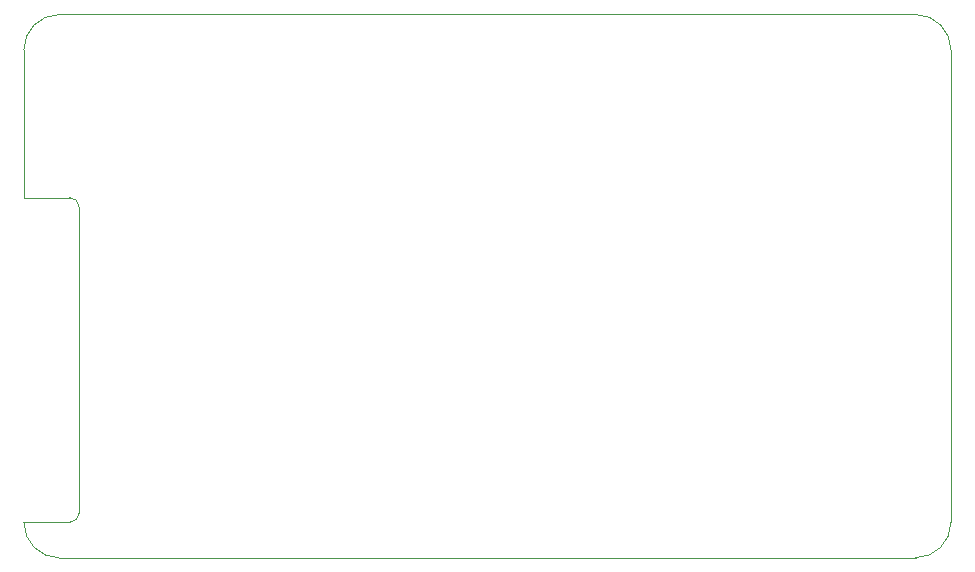
<source format=gbr>
%TF.GenerationSoftware,KiCad,Pcbnew,7.99.0-1761-g0fd2efa283*%
%TF.CreationDate,2023-08-22T00:04:27+03:00*%
%TF.ProjectId,Kampela_G2,4b616d70-656c-4615-9f47-322e6b696361,rev?*%
%TF.SameCoordinates,Original*%
%TF.FileFunction,Profile,NP*%
%FSLAX46Y46*%
G04 Gerber Fmt 4.6, Leading zero omitted, Abs format (unit mm)*
G04 Created by KiCad (PCBNEW 7.99.0-1761-g0fd2efa283) date 2023-08-22 00:04:27*
%MOMM*%
%LPD*%
G01*
G04 APERTURE LIST*
%TA.AperFunction,Profile*%
%ADD10C,0.100000*%
%TD*%
G04 APERTURE END LIST*
D10*
X90840000Y-112210000D02*
X86960000Y-112210000D01*
X89960000Y-96710000D02*
X162460000Y-96710000D01*
X86960000Y-139710000D02*
X90840000Y-139710000D01*
X165460000Y-99710000D02*
G75*
G03*
X162460000Y-96710000I-3000000J0D01*
G01*
X91640000Y-113010000D02*
G75*
G03*
X90840000Y-112210000I-800000J0D01*
G01*
X86960000Y-99710000D02*
X86960000Y-112210000D01*
X91640000Y-138910000D02*
X91640000Y-113010001D01*
X165460000Y-139710000D02*
X165460000Y-99710000D01*
X86960000Y-139710000D02*
G75*
G03*
X89960000Y-142710000I3000000J0D01*
G01*
X90840000Y-139710000D02*
G75*
G03*
X91640000Y-138910000I0J800000D01*
G01*
X162460000Y-142710000D02*
G75*
G03*
X165460000Y-139710000I1J2999999D01*
G01*
X89960000Y-96710000D02*
G75*
G03*
X86960000Y-99710000I0J-3000000D01*
G01*
X162460000Y-142710000D02*
X89960000Y-142710000D01*
M02*

</source>
